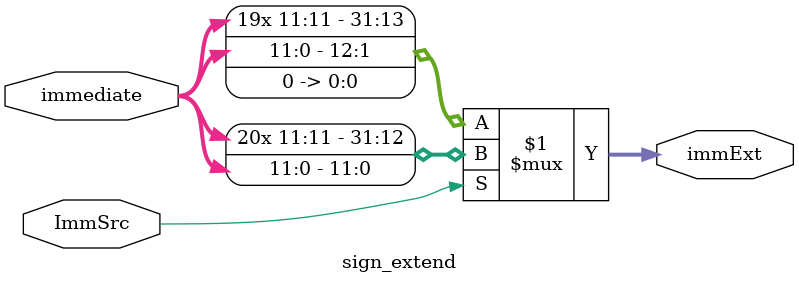
<source format=v>
`timescale 1ns / 1ps

module sign_extend(input [11:0] immediate, output [31:0] immExt, input ImmSrc);
    //ImmSrc = 1 -> Normal immediate extension
    //ImmSrc = 0 -> Label sign extension
    assign immExt = ImmSrc ? {{20{immediate[11]}}, immediate} : {{19{immediate[11]}}, immediate, 1'b0};
endmodule

</source>
